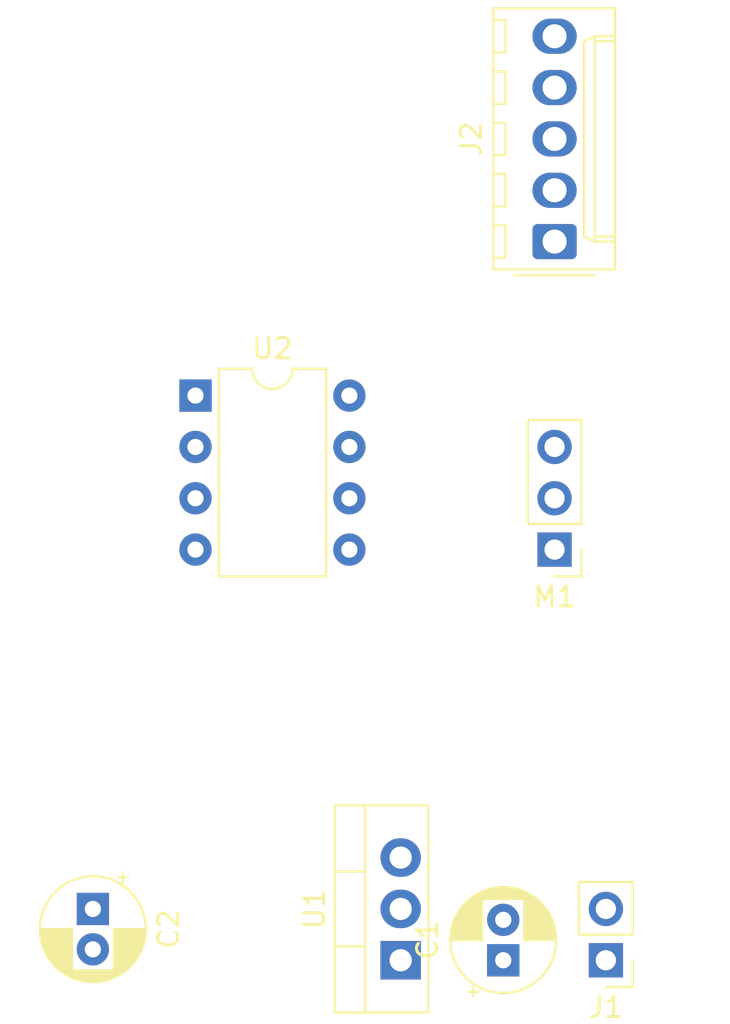
<source format=kicad_pcb>
(kicad_pcb (version 20171130) (host pcbnew "(5.1.9)-1")

  (general
    (thickness 1.6)
    (drawings 0)
    (tracks 0)
    (zones 0)
    (modules 7)
    (nets 10)
  )

  (page A4)
  (layers
    (0 F.Cu signal)
    (31 B.Cu signal)
    (32 B.Adhes user)
    (33 F.Adhes user)
    (34 B.Paste user)
    (35 F.Paste user)
    (36 B.SilkS user)
    (37 F.SilkS user)
    (38 B.Mask user)
    (39 F.Mask user)
    (40 Dwgs.User user)
    (41 Cmts.User user)
    (42 Eco1.User user)
    (43 Eco2.User user)
    (44 Edge.Cuts user)
    (45 Margin user)
    (46 B.CrtYd user)
    (47 F.CrtYd user)
    (48 B.Fab user)
    (49 F.Fab user)
  )

  (setup
    (last_trace_width 0.25)
    (trace_clearance 0.2)
    (zone_clearance 0.508)
    (zone_45_only no)
    (trace_min 0.2)
    (via_size 0.8)
    (via_drill 0.4)
    (via_min_size 0.4)
    (via_min_drill 0.3)
    (uvia_size 0.3)
    (uvia_drill 0.1)
    (uvias_allowed no)
    (uvia_min_size 0.2)
    (uvia_min_drill 0.1)
    (edge_width 0.05)
    (segment_width 0.2)
    (pcb_text_width 0.3)
    (pcb_text_size 1.5 1.5)
    (mod_edge_width 0.12)
    (mod_text_size 1 1)
    (mod_text_width 0.15)
    (pad_size 1.524 1.524)
    (pad_drill 0.762)
    (pad_to_mask_clearance 0)
    (aux_axis_origin 0 0)
    (visible_elements FFFFFF7F)
    (pcbplotparams
      (layerselection 0x010fc_ffffffff)
      (usegerberextensions false)
      (usegerberattributes true)
      (usegerberadvancedattributes true)
      (creategerberjobfile true)
      (excludeedgelayer true)
      (linewidth 0.100000)
      (plotframeref false)
      (viasonmask false)
      (mode 1)
      (useauxorigin false)
      (hpglpennumber 1)
      (hpglpenspeed 20)
      (hpglpendiameter 15.000000)
      (psnegative false)
      (psa4output false)
      (plotreference true)
      (plotvalue true)
      (plotinvisibletext false)
      (padsonsilk false)
      (subtractmaskfromsilk false)
      (outputformat 1)
      (mirror false)
      (drillshape 1)
      (scaleselection 1)
      (outputdirectory ""))
  )

  (net 0 "")
  (net 1 GND)
  (net 2 +12V)
  (net 3 +5V)
  (net 4 SCL-SCK)
  (net 5 MISO)
  (net 6 SDA-MOSI)
  (net 7 RESET)
  (net 8 "Net-(U2-Pad2)")
  (net 9 "Net-(U2-Pad3)")

  (net_class Default "This is the default net class."
    (clearance 0.2)
    (trace_width 0.25)
    (via_dia 0.8)
    (via_drill 0.4)
    (uvia_dia 0.3)
    (uvia_drill 0.1)
    (add_net +12V)
    (add_net +5V)
    (add_net GND)
    (add_net MISO)
    (add_net "Net-(U2-Pad2)")
    (add_net "Net-(U2-Pad3)")
    (add_net RESET)
    (add_net SCL-SCK)
    (add_net SDA-MOSI)
  )

  (module Capacitor_THT:CP_Radial_D5.0mm_P2.00mm (layer F.Cu) (tedit 5AE50EF0) (tstamp 60DBBBEC)
    (at 157.48 104.14 90)
    (descr "CP, Radial series, Radial, pin pitch=2.00mm, , diameter=5mm, Electrolytic Capacitor")
    (tags "CP Radial series Radial pin pitch 2.00mm  diameter 5mm Electrolytic Capacitor")
    (path /60DC5177)
    (fp_text reference C1 (at 1 -3.75 90) (layer F.SilkS)
      (effects (font (size 1 1) (thickness 0.15)))
    )
    (fp_text value 1uF (at 1 3.75 90) (layer F.Fab)
      (effects (font (size 1 1) (thickness 0.15)))
    )
    (fp_text user %R (at 1 0 90) (layer F.Fab)
      (effects (font (size 1 1) (thickness 0.15)))
    )
    (fp_circle (center 1 0) (end 3.5 0) (layer F.Fab) (width 0.1))
    (fp_circle (center 1 0) (end 3.62 0) (layer F.SilkS) (width 0.12))
    (fp_circle (center 1 0) (end 3.75 0) (layer F.CrtYd) (width 0.05))
    (fp_line (start -1.133605 -1.0875) (end -0.633605 -1.0875) (layer F.Fab) (width 0.1))
    (fp_line (start -0.883605 -1.3375) (end -0.883605 -0.8375) (layer F.Fab) (width 0.1))
    (fp_line (start 1 1.04) (end 1 2.58) (layer F.SilkS) (width 0.12))
    (fp_line (start 1 -2.58) (end 1 -1.04) (layer F.SilkS) (width 0.12))
    (fp_line (start 1.04 1.04) (end 1.04 2.58) (layer F.SilkS) (width 0.12))
    (fp_line (start 1.04 -2.58) (end 1.04 -1.04) (layer F.SilkS) (width 0.12))
    (fp_line (start 1.08 -2.579) (end 1.08 -1.04) (layer F.SilkS) (width 0.12))
    (fp_line (start 1.08 1.04) (end 1.08 2.579) (layer F.SilkS) (width 0.12))
    (fp_line (start 1.12 -2.578) (end 1.12 -1.04) (layer F.SilkS) (width 0.12))
    (fp_line (start 1.12 1.04) (end 1.12 2.578) (layer F.SilkS) (width 0.12))
    (fp_line (start 1.16 -2.576) (end 1.16 -1.04) (layer F.SilkS) (width 0.12))
    (fp_line (start 1.16 1.04) (end 1.16 2.576) (layer F.SilkS) (width 0.12))
    (fp_line (start 1.2 -2.573) (end 1.2 -1.04) (layer F.SilkS) (width 0.12))
    (fp_line (start 1.2 1.04) (end 1.2 2.573) (layer F.SilkS) (width 0.12))
    (fp_line (start 1.24 -2.569) (end 1.24 -1.04) (layer F.SilkS) (width 0.12))
    (fp_line (start 1.24 1.04) (end 1.24 2.569) (layer F.SilkS) (width 0.12))
    (fp_line (start 1.28 -2.565) (end 1.28 -1.04) (layer F.SilkS) (width 0.12))
    (fp_line (start 1.28 1.04) (end 1.28 2.565) (layer F.SilkS) (width 0.12))
    (fp_line (start 1.32 -2.561) (end 1.32 -1.04) (layer F.SilkS) (width 0.12))
    (fp_line (start 1.32 1.04) (end 1.32 2.561) (layer F.SilkS) (width 0.12))
    (fp_line (start 1.36 -2.556) (end 1.36 -1.04) (layer F.SilkS) (width 0.12))
    (fp_line (start 1.36 1.04) (end 1.36 2.556) (layer F.SilkS) (width 0.12))
    (fp_line (start 1.4 -2.55) (end 1.4 -1.04) (layer F.SilkS) (width 0.12))
    (fp_line (start 1.4 1.04) (end 1.4 2.55) (layer F.SilkS) (width 0.12))
    (fp_line (start 1.44 -2.543) (end 1.44 -1.04) (layer F.SilkS) (width 0.12))
    (fp_line (start 1.44 1.04) (end 1.44 2.543) (layer F.SilkS) (width 0.12))
    (fp_line (start 1.48 -2.536) (end 1.48 -1.04) (layer F.SilkS) (width 0.12))
    (fp_line (start 1.48 1.04) (end 1.48 2.536) (layer F.SilkS) (width 0.12))
    (fp_line (start 1.52 -2.528) (end 1.52 -1.04) (layer F.SilkS) (width 0.12))
    (fp_line (start 1.52 1.04) (end 1.52 2.528) (layer F.SilkS) (width 0.12))
    (fp_line (start 1.56 -2.52) (end 1.56 -1.04) (layer F.SilkS) (width 0.12))
    (fp_line (start 1.56 1.04) (end 1.56 2.52) (layer F.SilkS) (width 0.12))
    (fp_line (start 1.6 -2.511) (end 1.6 -1.04) (layer F.SilkS) (width 0.12))
    (fp_line (start 1.6 1.04) (end 1.6 2.511) (layer F.SilkS) (width 0.12))
    (fp_line (start 1.64 -2.501) (end 1.64 -1.04) (layer F.SilkS) (width 0.12))
    (fp_line (start 1.64 1.04) (end 1.64 2.501) (layer F.SilkS) (width 0.12))
    (fp_line (start 1.68 -2.491) (end 1.68 -1.04) (layer F.SilkS) (width 0.12))
    (fp_line (start 1.68 1.04) (end 1.68 2.491) (layer F.SilkS) (width 0.12))
    (fp_line (start 1.721 -2.48) (end 1.721 -1.04) (layer F.SilkS) (width 0.12))
    (fp_line (start 1.721 1.04) (end 1.721 2.48) (layer F.SilkS) (width 0.12))
    (fp_line (start 1.761 -2.468) (end 1.761 -1.04) (layer F.SilkS) (width 0.12))
    (fp_line (start 1.761 1.04) (end 1.761 2.468) (layer F.SilkS) (width 0.12))
    (fp_line (start 1.801 -2.455) (end 1.801 -1.04) (layer F.SilkS) (width 0.12))
    (fp_line (start 1.801 1.04) (end 1.801 2.455) (layer F.SilkS) (width 0.12))
    (fp_line (start 1.841 -2.442) (end 1.841 -1.04) (layer F.SilkS) (width 0.12))
    (fp_line (start 1.841 1.04) (end 1.841 2.442) (layer F.SilkS) (width 0.12))
    (fp_line (start 1.881 -2.428) (end 1.881 -1.04) (layer F.SilkS) (width 0.12))
    (fp_line (start 1.881 1.04) (end 1.881 2.428) (layer F.SilkS) (width 0.12))
    (fp_line (start 1.921 -2.414) (end 1.921 -1.04) (layer F.SilkS) (width 0.12))
    (fp_line (start 1.921 1.04) (end 1.921 2.414) (layer F.SilkS) (width 0.12))
    (fp_line (start 1.961 -2.398) (end 1.961 -1.04) (layer F.SilkS) (width 0.12))
    (fp_line (start 1.961 1.04) (end 1.961 2.398) (layer F.SilkS) (width 0.12))
    (fp_line (start 2.001 -2.382) (end 2.001 -1.04) (layer F.SilkS) (width 0.12))
    (fp_line (start 2.001 1.04) (end 2.001 2.382) (layer F.SilkS) (width 0.12))
    (fp_line (start 2.041 -2.365) (end 2.041 -1.04) (layer F.SilkS) (width 0.12))
    (fp_line (start 2.041 1.04) (end 2.041 2.365) (layer F.SilkS) (width 0.12))
    (fp_line (start 2.081 -2.348) (end 2.081 -1.04) (layer F.SilkS) (width 0.12))
    (fp_line (start 2.081 1.04) (end 2.081 2.348) (layer F.SilkS) (width 0.12))
    (fp_line (start 2.121 -2.329) (end 2.121 -1.04) (layer F.SilkS) (width 0.12))
    (fp_line (start 2.121 1.04) (end 2.121 2.329) (layer F.SilkS) (width 0.12))
    (fp_line (start 2.161 -2.31) (end 2.161 -1.04) (layer F.SilkS) (width 0.12))
    (fp_line (start 2.161 1.04) (end 2.161 2.31) (layer F.SilkS) (width 0.12))
    (fp_line (start 2.201 -2.29) (end 2.201 -1.04) (layer F.SilkS) (width 0.12))
    (fp_line (start 2.201 1.04) (end 2.201 2.29) (layer F.SilkS) (width 0.12))
    (fp_line (start 2.241 -2.268) (end 2.241 -1.04) (layer F.SilkS) (width 0.12))
    (fp_line (start 2.241 1.04) (end 2.241 2.268) (layer F.SilkS) (width 0.12))
    (fp_line (start 2.281 -2.247) (end 2.281 -1.04) (layer F.SilkS) (width 0.12))
    (fp_line (start 2.281 1.04) (end 2.281 2.247) (layer F.SilkS) (width 0.12))
    (fp_line (start 2.321 -2.224) (end 2.321 -1.04) (layer F.SilkS) (width 0.12))
    (fp_line (start 2.321 1.04) (end 2.321 2.224) (layer F.SilkS) (width 0.12))
    (fp_line (start 2.361 -2.2) (end 2.361 -1.04) (layer F.SilkS) (width 0.12))
    (fp_line (start 2.361 1.04) (end 2.361 2.2) (layer F.SilkS) (width 0.12))
    (fp_line (start 2.401 -2.175) (end 2.401 -1.04) (layer F.SilkS) (width 0.12))
    (fp_line (start 2.401 1.04) (end 2.401 2.175) (layer F.SilkS) (width 0.12))
    (fp_line (start 2.441 -2.149) (end 2.441 -1.04) (layer F.SilkS) (width 0.12))
    (fp_line (start 2.441 1.04) (end 2.441 2.149) (layer F.SilkS) (width 0.12))
    (fp_line (start 2.481 -2.122) (end 2.481 -1.04) (layer F.SilkS) (width 0.12))
    (fp_line (start 2.481 1.04) (end 2.481 2.122) (layer F.SilkS) (width 0.12))
    (fp_line (start 2.521 -2.095) (end 2.521 -1.04) (layer F.SilkS) (width 0.12))
    (fp_line (start 2.521 1.04) (end 2.521 2.095) (layer F.SilkS) (width 0.12))
    (fp_line (start 2.561 -2.065) (end 2.561 -1.04) (layer F.SilkS) (width 0.12))
    (fp_line (start 2.561 1.04) (end 2.561 2.065) (layer F.SilkS) (width 0.12))
    (fp_line (start 2.601 -2.035) (end 2.601 -1.04) (layer F.SilkS) (width 0.12))
    (fp_line (start 2.601 1.04) (end 2.601 2.035) (layer F.SilkS) (width 0.12))
    (fp_line (start 2.641 -2.004) (end 2.641 -1.04) (layer F.SilkS) (width 0.12))
    (fp_line (start 2.641 1.04) (end 2.641 2.004) (layer F.SilkS) (width 0.12))
    (fp_line (start 2.681 -1.971) (end 2.681 -1.04) (layer F.SilkS) (width 0.12))
    (fp_line (start 2.681 1.04) (end 2.681 1.971) (layer F.SilkS) (width 0.12))
    (fp_line (start 2.721 -1.937) (end 2.721 -1.04) (layer F.SilkS) (width 0.12))
    (fp_line (start 2.721 1.04) (end 2.721 1.937) (layer F.SilkS) (width 0.12))
    (fp_line (start 2.761 -1.901) (end 2.761 -1.04) (layer F.SilkS) (width 0.12))
    (fp_line (start 2.761 1.04) (end 2.761 1.901) (layer F.SilkS) (width 0.12))
    (fp_line (start 2.801 -1.864) (end 2.801 -1.04) (layer F.SilkS) (width 0.12))
    (fp_line (start 2.801 1.04) (end 2.801 1.864) (layer F.SilkS) (width 0.12))
    (fp_line (start 2.841 -1.826) (end 2.841 -1.04) (layer F.SilkS) (width 0.12))
    (fp_line (start 2.841 1.04) (end 2.841 1.826) (layer F.SilkS) (width 0.12))
    (fp_line (start 2.881 -1.785) (end 2.881 -1.04) (layer F.SilkS) (width 0.12))
    (fp_line (start 2.881 1.04) (end 2.881 1.785) (layer F.SilkS) (width 0.12))
    (fp_line (start 2.921 -1.743) (end 2.921 -1.04) (layer F.SilkS) (width 0.12))
    (fp_line (start 2.921 1.04) (end 2.921 1.743) (layer F.SilkS) (width 0.12))
    (fp_line (start 2.961 -1.699) (end 2.961 -1.04) (layer F.SilkS) (width 0.12))
    (fp_line (start 2.961 1.04) (end 2.961 1.699) (layer F.SilkS) (width 0.12))
    (fp_line (start 3.001 -1.653) (end 3.001 -1.04) (layer F.SilkS) (width 0.12))
    (fp_line (start 3.001 1.04) (end 3.001 1.653) (layer F.SilkS) (width 0.12))
    (fp_line (start 3.041 -1.605) (end 3.041 1.605) (layer F.SilkS) (width 0.12))
    (fp_line (start 3.081 -1.554) (end 3.081 1.554) (layer F.SilkS) (width 0.12))
    (fp_line (start 3.121 -1.5) (end 3.121 1.5) (layer F.SilkS) (width 0.12))
    (fp_line (start 3.161 -1.443) (end 3.161 1.443) (layer F.SilkS) (width 0.12))
    (fp_line (start 3.201 -1.383) (end 3.201 1.383) (layer F.SilkS) (width 0.12))
    (fp_line (start 3.241 -1.319) (end 3.241 1.319) (layer F.SilkS) (width 0.12))
    (fp_line (start 3.281 -1.251) (end 3.281 1.251) (layer F.SilkS) (width 0.12))
    (fp_line (start 3.321 -1.178) (end 3.321 1.178) (layer F.SilkS) (width 0.12))
    (fp_line (start 3.361 -1.098) (end 3.361 1.098) (layer F.SilkS) (width 0.12))
    (fp_line (start 3.401 -1.011) (end 3.401 1.011) (layer F.SilkS) (width 0.12))
    (fp_line (start 3.441 -0.915) (end 3.441 0.915) (layer F.SilkS) (width 0.12))
    (fp_line (start 3.481 -0.805) (end 3.481 0.805) (layer F.SilkS) (width 0.12))
    (fp_line (start 3.521 -0.677) (end 3.521 0.677) (layer F.SilkS) (width 0.12))
    (fp_line (start 3.561 -0.518) (end 3.561 0.518) (layer F.SilkS) (width 0.12))
    (fp_line (start 3.601 -0.284) (end 3.601 0.284) (layer F.SilkS) (width 0.12))
    (fp_line (start -1.804775 -1.475) (end -1.304775 -1.475) (layer F.SilkS) (width 0.12))
    (fp_line (start -1.554775 -1.725) (end -1.554775 -1.225) (layer F.SilkS) (width 0.12))
    (pad 2 thru_hole circle (at 2 0 90) (size 1.6 1.6) (drill 0.8) (layers *.Cu *.Mask)
      (net 1 GND))
    (pad 1 thru_hole rect (at 0 0 90) (size 1.6 1.6) (drill 0.8) (layers *.Cu *.Mask)
      (net 2 +12V))
    (model ${KISYS3DMOD}/Capacitor_THT.3dshapes/CP_Radial_D5.0mm_P2.00mm.wrl
      (at (xyz 0 0 0))
      (scale (xyz 1 1 1))
      (rotate (xyz 0 0 0))
    )
  )

  (module Capacitor_THT:CP_Radial_D5.0mm_P2.00mm (layer F.Cu) (tedit 5AE50EF0) (tstamp 60DBBC6F)
    (at 137.16 101.6 270)
    (descr "CP, Radial series, Radial, pin pitch=2.00mm, , diameter=5mm, Electrolytic Capacitor")
    (tags "CP Radial series Radial pin pitch 2.00mm  diameter 5mm Electrolytic Capacitor")
    (path /60DC4084)
    (fp_text reference C2 (at 1 -3.75 90) (layer F.SilkS)
      (effects (font (size 1 1) (thickness 0.15)))
    )
    (fp_text value 1uF (at 1 3.75 90) (layer F.Fab)
      (effects (font (size 1 1) (thickness 0.15)))
    )
    (fp_line (start -1.554775 -1.725) (end -1.554775 -1.225) (layer F.SilkS) (width 0.12))
    (fp_line (start -1.804775 -1.475) (end -1.304775 -1.475) (layer F.SilkS) (width 0.12))
    (fp_line (start 3.601 -0.284) (end 3.601 0.284) (layer F.SilkS) (width 0.12))
    (fp_line (start 3.561 -0.518) (end 3.561 0.518) (layer F.SilkS) (width 0.12))
    (fp_line (start 3.521 -0.677) (end 3.521 0.677) (layer F.SilkS) (width 0.12))
    (fp_line (start 3.481 -0.805) (end 3.481 0.805) (layer F.SilkS) (width 0.12))
    (fp_line (start 3.441 -0.915) (end 3.441 0.915) (layer F.SilkS) (width 0.12))
    (fp_line (start 3.401 -1.011) (end 3.401 1.011) (layer F.SilkS) (width 0.12))
    (fp_line (start 3.361 -1.098) (end 3.361 1.098) (layer F.SilkS) (width 0.12))
    (fp_line (start 3.321 -1.178) (end 3.321 1.178) (layer F.SilkS) (width 0.12))
    (fp_line (start 3.281 -1.251) (end 3.281 1.251) (layer F.SilkS) (width 0.12))
    (fp_line (start 3.241 -1.319) (end 3.241 1.319) (layer F.SilkS) (width 0.12))
    (fp_line (start 3.201 -1.383) (end 3.201 1.383) (layer F.SilkS) (width 0.12))
    (fp_line (start 3.161 -1.443) (end 3.161 1.443) (layer F.SilkS) (width 0.12))
    (fp_line (start 3.121 -1.5) (end 3.121 1.5) (layer F.SilkS) (width 0.12))
    (fp_line (start 3.081 -1.554) (end 3.081 1.554) (layer F.SilkS) (width 0.12))
    (fp_line (start 3.041 -1.605) (end 3.041 1.605) (layer F.SilkS) (width 0.12))
    (fp_line (start 3.001 1.04) (end 3.001 1.653) (layer F.SilkS) (width 0.12))
    (fp_line (start 3.001 -1.653) (end 3.001 -1.04) (layer F.SilkS) (width 0.12))
    (fp_line (start 2.961 1.04) (end 2.961 1.699) (layer F.SilkS) (width 0.12))
    (fp_line (start 2.961 -1.699) (end 2.961 -1.04) (layer F.SilkS) (width 0.12))
    (fp_line (start 2.921 1.04) (end 2.921 1.743) (layer F.SilkS) (width 0.12))
    (fp_line (start 2.921 -1.743) (end 2.921 -1.04) (layer F.SilkS) (width 0.12))
    (fp_line (start 2.881 1.04) (end 2.881 1.785) (layer F.SilkS) (width 0.12))
    (fp_line (start 2.881 -1.785) (end 2.881 -1.04) (layer F.SilkS) (width 0.12))
    (fp_line (start 2.841 1.04) (end 2.841 1.826) (layer F.SilkS) (width 0.12))
    (fp_line (start 2.841 -1.826) (end 2.841 -1.04) (layer F.SilkS) (width 0.12))
    (fp_line (start 2.801 1.04) (end 2.801 1.864) (layer F.SilkS) (width 0.12))
    (fp_line (start 2.801 -1.864) (end 2.801 -1.04) (layer F.SilkS) (width 0.12))
    (fp_line (start 2.761 1.04) (end 2.761 1.901) (layer F.SilkS) (width 0.12))
    (fp_line (start 2.761 -1.901) (end 2.761 -1.04) (layer F.SilkS) (width 0.12))
    (fp_line (start 2.721 1.04) (end 2.721 1.937) (layer F.SilkS) (width 0.12))
    (fp_line (start 2.721 -1.937) (end 2.721 -1.04) (layer F.SilkS) (width 0.12))
    (fp_line (start 2.681 1.04) (end 2.681 1.971) (layer F.SilkS) (width 0.12))
    (fp_line (start 2.681 -1.971) (end 2.681 -1.04) (layer F.SilkS) (width 0.12))
    (fp_line (start 2.641 1.04) (end 2.641 2.004) (layer F.SilkS) (width 0.12))
    (fp_line (start 2.641 -2.004) (end 2.641 -1.04) (layer F.SilkS) (width 0.12))
    (fp_line (start 2.601 1.04) (end 2.601 2.035) (layer F.SilkS) (width 0.12))
    (fp_line (start 2.601 -2.035) (end 2.601 -1.04) (layer F.SilkS) (width 0.12))
    (fp_line (start 2.561 1.04) (end 2.561 2.065) (layer F.SilkS) (width 0.12))
    (fp_line (start 2.561 -2.065) (end 2.561 -1.04) (layer F.SilkS) (width 0.12))
    (fp_line (start 2.521 1.04) (end 2.521 2.095) (layer F.SilkS) (width 0.12))
    (fp_line (start 2.521 -2.095) (end 2.521 -1.04) (layer F.SilkS) (width 0.12))
    (fp_line (start 2.481 1.04) (end 2.481 2.122) (layer F.SilkS) (width 0.12))
    (fp_line (start 2.481 -2.122) (end 2.481 -1.04) (layer F.SilkS) (width 0.12))
    (fp_line (start 2.441 1.04) (end 2.441 2.149) (layer F.SilkS) (width 0.12))
    (fp_line (start 2.441 -2.149) (end 2.441 -1.04) (layer F.SilkS) (width 0.12))
    (fp_line (start 2.401 1.04) (end 2.401 2.175) (layer F.SilkS) (width 0.12))
    (fp_line (start 2.401 -2.175) (end 2.401 -1.04) (layer F.SilkS) (width 0.12))
    (fp_line (start 2.361 1.04) (end 2.361 2.2) (layer F.SilkS) (width 0.12))
    (fp_line (start 2.361 -2.2) (end 2.361 -1.04) (layer F.SilkS) (width 0.12))
    (fp_line (start 2.321 1.04) (end 2.321 2.224) (layer F.SilkS) (width 0.12))
    (fp_line (start 2.321 -2.224) (end 2.321 -1.04) (layer F.SilkS) (width 0.12))
    (fp_line (start 2.281 1.04) (end 2.281 2.247) (layer F.SilkS) (width 0.12))
    (fp_line (start 2.281 -2.247) (end 2.281 -1.04) (layer F.SilkS) (width 0.12))
    (fp_line (start 2.241 1.04) (end 2.241 2.268) (layer F.SilkS) (width 0.12))
    (fp_line (start 2.241 -2.268) (end 2.241 -1.04) (layer F.SilkS) (width 0.12))
    (fp_line (start 2.201 1.04) (end 2.201 2.29) (layer F.SilkS) (width 0.12))
    (fp_line (start 2.201 -2.29) (end 2.201 -1.04) (layer F.SilkS) (width 0.12))
    (fp_line (start 2.161 1.04) (end 2.161 2.31) (layer F.SilkS) (width 0.12))
    (fp_line (start 2.161 -2.31) (end 2.161 -1.04) (layer F.SilkS) (width 0.12))
    (fp_line (start 2.121 1.04) (end 2.121 2.329) (layer F.SilkS) (width 0.12))
    (fp_line (start 2.121 -2.329) (end 2.121 -1.04) (layer F.SilkS) (width 0.12))
    (fp_line (start 2.081 1.04) (end 2.081 2.348) (layer F.SilkS) (width 0.12))
    (fp_line (start 2.081 -2.348) (end 2.081 -1.04) (layer F.SilkS) (width 0.12))
    (fp_line (start 2.041 1.04) (end 2.041 2.365) (layer F.SilkS) (width 0.12))
    (fp_line (start 2.041 -2.365) (end 2.041 -1.04) (layer F.SilkS) (width 0.12))
    (fp_line (start 2.001 1.04) (end 2.001 2.382) (layer F.SilkS) (width 0.12))
    (fp_line (start 2.001 -2.382) (end 2.001 -1.04) (layer F.SilkS) (width 0.12))
    (fp_line (start 1.961 1.04) (end 1.961 2.398) (layer F.SilkS) (width 0.12))
    (fp_line (start 1.961 -2.398) (end 1.961 -1.04) (layer F.SilkS) (width 0.12))
    (fp_line (start 1.921 1.04) (end 1.921 2.414) (layer F.SilkS) (width 0.12))
    (fp_line (start 1.921 -2.414) (end 1.921 -1.04) (layer F.SilkS) (width 0.12))
    (fp_line (start 1.881 1.04) (end 1.881 2.428) (layer F.SilkS) (width 0.12))
    (fp_line (start 1.881 -2.428) (end 1.881 -1.04) (layer F.SilkS) (width 0.12))
    (fp_line (start 1.841 1.04) (end 1.841 2.442) (layer F.SilkS) (width 0.12))
    (fp_line (start 1.841 -2.442) (end 1.841 -1.04) (layer F.SilkS) (width 0.12))
    (fp_line (start 1.801 1.04) (end 1.801 2.455) (layer F.SilkS) (width 0.12))
    (fp_line (start 1.801 -2.455) (end 1.801 -1.04) (layer F.SilkS) (width 0.12))
    (fp_line (start 1.761 1.04) (end 1.761 2.468) (layer F.SilkS) (width 0.12))
    (fp_line (start 1.761 -2.468) (end 1.761 -1.04) (layer F.SilkS) (width 0.12))
    (fp_line (start 1.721 1.04) (end 1.721 2.48) (layer F.SilkS) (width 0.12))
    (fp_line (start 1.721 -2.48) (end 1.721 -1.04) (layer F.SilkS) (width 0.12))
    (fp_line (start 1.68 1.04) (end 1.68 2.491) (layer F.SilkS) (width 0.12))
    (fp_line (start 1.68 -2.491) (end 1.68 -1.04) (layer F.SilkS) (width 0.12))
    (fp_line (start 1.64 1.04) (end 1.64 2.501) (layer F.SilkS) (width 0.12))
    (fp_line (start 1.64 -2.501) (end 1.64 -1.04) (layer F.SilkS) (width 0.12))
    (fp_line (start 1.6 1.04) (end 1.6 2.511) (layer F.SilkS) (width 0.12))
    (fp_line (start 1.6 -2.511) (end 1.6 -1.04) (layer F.SilkS) (width 0.12))
    (fp_line (start 1.56 1.04) (end 1.56 2.52) (layer F.SilkS) (width 0.12))
    (fp_line (start 1.56 -2.52) (end 1.56 -1.04) (layer F.SilkS) (width 0.12))
    (fp_line (start 1.52 1.04) (end 1.52 2.528) (layer F.SilkS) (width 0.12))
    (fp_line (start 1.52 -2.528) (end 1.52 -1.04) (layer F.SilkS) (width 0.12))
    (fp_line (start 1.48 1.04) (end 1.48 2.536) (layer F.SilkS) (width 0.12))
    (fp_line (start 1.48 -2.536) (end 1.48 -1.04) (layer F.SilkS) (width 0.12))
    (fp_line (start 1.44 1.04) (end 1.44 2.543) (layer F.SilkS) (width 0.12))
    (fp_line (start 1.44 -2.543) (end 1.44 -1.04) (layer F.SilkS) (width 0.12))
    (fp_line (start 1.4 1.04) (end 1.4 2.55) (layer F.SilkS) (width 0.12))
    (fp_line (start 1.4 -2.55) (end 1.4 -1.04) (layer F.SilkS) (width 0.12))
    (fp_line (start 1.36 1.04) (end 1.36 2.556) (layer F.SilkS) (width 0.12))
    (fp_line (start 1.36 -2.556) (end 1.36 -1.04) (layer F.SilkS) (width 0.12))
    (fp_line (start 1.32 1.04) (end 1.32 2.561) (layer F.SilkS) (width 0.12))
    (fp_line (start 1.32 -2.561) (end 1.32 -1.04) (layer F.SilkS) (width 0.12))
    (fp_line (start 1.28 1.04) (end 1.28 2.565) (layer F.SilkS) (width 0.12))
    (fp_line (start 1.28 -2.565) (end 1.28 -1.04) (layer F.SilkS) (width 0.12))
    (fp_line (start 1.24 1.04) (end 1.24 2.569) (layer F.SilkS) (width 0.12))
    (fp_line (start 1.24 -2.569) (end 1.24 -1.04) (layer F.SilkS) (width 0.12))
    (fp_line (start 1.2 1.04) (end 1.2 2.573) (layer F.SilkS) (width 0.12))
    (fp_line (start 1.2 -2.573) (end 1.2 -1.04) (layer F.SilkS) (width 0.12))
    (fp_line (start 1.16 1.04) (end 1.16 2.576) (layer F.SilkS) (width 0.12))
    (fp_line (start 1.16 -2.576) (end 1.16 -1.04) (layer F.SilkS) (width 0.12))
    (fp_line (start 1.12 1.04) (end 1.12 2.578) (layer F.SilkS) (width 0.12))
    (fp_line (start 1.12 -2.578) (end 1.12 -1.04) (layer F.SilkS) (width 0.12))
    (fp_line (start 1.08 1.04) (end 1.08 2.579) (layer F.SilkS) (width 0.12))
    (fp_line (start 1.08 -2.579) (end 1.08 -1.04) (layer F.SilkS) (width 0.12))
    (fp_line (start 1.04 -2.58) (end 1.04 -1.04) (layer F.SilkS) (width 0.12))
    (fp_line (start 1.04 1.04) (end 1.04 2.58) (layer F.SilkS) (width 0.12))
    (fp_line (start 1 -2.58) (end 1 -1.04) (layer F.SilkS) (width 0.12))
    (fp_line (start 1 1.04) (end 1 2.58) (layer F.SilkS) (width 0.12))
    (fp_line (start -0.883605 -1.3375) (end -0.883605 -0.8375) (layer F.Fab) (width 0.1))
    (fp_line (start -1.133605 -1.0875) (end -0.633605 -1.0875) (layer F.Fab) (width 0.1))
    (fp_circle (center 1 0) (end 3.75 0) (layer F.CrtYd) (width 0.05))
    (fp_circle (center 1 0) (end 3.62 0) (layer F.SilkS) (width 0.12))
    (fp_circle (center 1 0) (end 3.5 0) (layer F.Fab) (width 0.1))
    (fp_text user %R (at 1 0 90) (layer F.Fab)
      (effects (font (size 1 1) (thickness 0.15)))
    )
    (pad 1 thru_hole rect (at 0 0 270) (size 1.6 1.6) (drill 0.8) (layers *.Cu *.Mask)
      (net 3 +5V))
    (pad 2 thru_hole circle (at 2 0 270) (size 1.6 1.6) (drill 0.8) (layers *.Cu *.Mask)
      (net 1 GND))
    (model ${KISYS3DMOD}/Capacitor_THT.3dshapes/CP_Radial_D5.0mm_P2.00mm.wrl
      (at (xyz 0 0 0))
      (scale (xyz 1 1 1))
      (rotate (xyz 0 0 0))
    )
  )

  (module Connector_PinHeader_2.54mm:PinHeader_1x02_P2.54mm_Vertical (layer F.Cu) (tedit 59FED5CC) (tstamp 60DBBC85)
    (at 162.56 104.14 180)
    (descr "Through hole straight pin header, 1x02, 2.54mm pitch, single row")
    (tags "Through hole pin header THT 1x02 2.54mm single row")
    (path /60DB81A0)
    (fp_text reference J1 (at 0 -2.33) (layer F.SilkS)
      (effects (font (size 1 1) (thickness 0.15)))
    )
    (fp_text value "Input Connector" (at 0 4.87) (layer F.Fab)
      (effects (font (size 1 1) (thickness 0.15)))
    )
    (fp_line (start 1.8 -1.8) (end -1.8 -1.8) (layer F.CrtYd) (width 0.05))
    (fp_line (start 1.8 4.35) (end 1.8 -1.8) (layer F.CrtYd) (width 0.05))
    (fp_line (start -1.8 4.35) (end 1.8 4.35) (layer F.CrtYd) (width 0.05))
    (fp_line (start -1.8 -1.8) (end -1.8 4.35) (layer F.CrtYd) (width 0.05))
    (fp_line (start -1.33 -1.33) (end 0 -1.33) (layer F.SilkS) (width 0.12))
    (fp_line (start -1.33 0) (end -1.33 -1.33) (layer F.SilkS) (width 0.12))
    (fp_line (start -1.33 1.27) (end 1.33 1.27) (layer F.SilkS) (width 0.12))
    (fp_line (start 1.33 1.27) (end 1.33 3.87) (layer F.SilkS) (width 0.12))
    (fp_line (start -1.33 1.27) (end -1.33 3.87) (layer F.SilkS) (width 0.12))
    (fp_line (start -1.33 3.87) (end 1.33 3.87) (layer F.SilkS) (width 0.12))
    (fp_line (start -1.27 -0.635) (end -0.635 -1.27) (layer F.Fab) (width 0.1))
    (fp_line (start -1.27 3.81) (end -1.27 -0.635) (layer F.Fab) (width 0.1))
    (fp_line (start 1.27 3.81) (end -1.27 3.81) (layer F.Fab) (width 0.1))
    (fp_line (start 1.27 -1.27) (end 1.27 3.81) (layer F.Fab) (width 0.1))
    (fp_line (start -0.635 -1.27) (end 1.27 -1.27) (layer F.Fab) (width 0.1))
    (fp_text user %R (at 0 1.27 90) (layer F.Fab)
      (effects (font (size 1 1) (thickness 0.15)))
    )
    (pad 1 thru_hole rect (at 0 0 180) (size 1.7 1.7) (drill 1) (layers *.Cu *.Mask)
      (net 2 +12V))
    (pad 2 thru_hole oval (at 0 2.54 180) (size 1.7 1.7) (drill 1) (layers *.Cu *.Mask)
      (net 1 GND))
    (model ${KISYS3DMOD}/Connector_PinHeader_2.54mm.3dshapes/PinHeader_1x02_P2.54mm_Vertical.wrl
      (at (xyz 0 0 0))
      (scale (xyz 1 1 1))
      (rotate (xyz 0 0 0))
    )
  )

  (module Connector_Molex:Molex_KK-254_AE-6410-05A_1x05_P2.54mm_Vertical (layer F.Cu) (tedit 5EA53D3B) (tstamp 60DBC605)
    (at 160.02 68.58 90)
    (descr "Molex KK-254 Interconnect System, old/engineering part number: AE-6410-05A example for new part number: 22-27-2051, 5 Pins (http://www.molex.com/pdm_docs/sd/022272021_sd.pdf), generated with kicad-footprint-generator")
    (tags "connector Molex KK-254 vertical")
    (path /60DB5A68)
    (fp_text reference J2 (at 5.08 -4.12 90) (layer F.SilkS)
      (effects (font (size 1 1) (thickness 0.15)))
    )
    (fp_text value Conn_01x05 (at 5.08 4.08 90) (layer F.Fab)
      (effects (font (size 1 1) (thickness 0.15)))
    )
    (fp_line (start 11.93 -3.42) (end -1.77 -3.42) (layer F.CrtYd) (width 0.05))
    (fp_line (start 11.93 3.38) (end 11.93 -3.42) (layer F.CrtYd) (width 0.05))
    (fp_line (start -1.77 3.38) (end 11.93 3.38) (layer F.CrtYd) (width 0.05))
    (fp_line (start -1.77 -3.42) (end -1.77 3.38) (layer F.CrtYd) (width 0.05))
    (fp_line (start 10.96 -2.43) (end 10.96 -3.03) (layer F.SilkS) (width 0.12))
    (fp_line (start 9.36 -2.43) (end 10.96 -2.43) (layer F.SilkS) (width 0.12))
    (fp_line (start 9.36 -3.03) (end 9.36 -2.43) (layer F.SilkS) (width 0.12))
    (fp_line (start 8.42 -2.43) (end 8.42 -3.03) (layer F.SilkS) (width 0.12))
    (fp_line (start 6.82 -2.43) (end 8.42 -2.43) (layer F.SilkS) (width 0.12))
    (fp_line (start 6.82 -3.03) (end 6.82 -2.43) (layer F.SilkS) (width 0.12))
    (fp_line (start 5.88 -2.43) (end 5.88 -3.03) (layer F.SilkS) (width 0.12))
    (fp_line (start 4.28 -2.43) (end 5.88 -2.43) (layer F.SilkS) (width 0.12))
    (fp_line (start 4.28 -3.03) (end 4.28 -2.43) (layer F.SilkS) (width 0.12))
    (fp_line (start 3.34 -2.43) (end 3.34 -3.03) (layer F.SilkS) (width 0.12))
    (fp_line (start 1.74 -2.43) (end 3.34 -2.43) (layer F.SilkS) (width 0.12))
    (fp_line (start 1.74 -3.03) (end 1.74 -2.43) (layer F.SilkS) (width 0.12))
    (fp_line (start 0.8 -2.43) (end 0.8 -3.03) (layer F.SilkS) (width 0.12))
    (fp_line (start -0.8 -2.43) (end 0.8 -2.43) (layer F.SilkS) (width 0.12))
    (fp_line (start -0.8 -3.03) (end -0.8 -2.43) (layer F.SilkS) (width 0.12))
    (fp_line (start 9.91 2.99) (end 9.91 1.99) (layer F.SilkS) (width 0.12))
    (fp_line (start 0.25 2.99) (end 0.25 1.99) (layer F.SilkS) (width 0.12))
    (fp_line (start 9.91 1.46) (end 10.16 1.99) (layer F.SilkS) (width 0.12))
    (fp_line (start 0.25 1.46) (end 9.91 1.46) (layer F.SilkS) (width 0.12))
    (fp_line (start 0 1.99) (end 0.25 1.46) (layer F.SilkS) (width 0.12))
    (fp_line (start 10.16 1.99) (end 10.16 2.99) (layer F.SilkS) (width 0.12))
    (fp_line (start 0 1.99) (end 10.16 1.99) (layer F.SilkS) (width 0.12))
    (fp_line (start 0 2.99) (end 0 1.99) (layer F.SilkS) (width 0.12))
    (fp_line (start -0.562893 0) (end -1.27 0.5) (layer F.Fab) (width 0.1))
    (fp_line (start -1.27 -0.5) (end -0.562893 0) (layer F.Fab) (width 0.1))
    (fp_line (start -1.67 -2) (end -1.67 2) (layer F.SilkS) (width 0.12))
    (fp_line (start 11.54 -3.03) (end -1.38 -3.03) (layer F.SilkS) (width 0.12))
    (fp_line (start 11.54 2.99) (end 11.54 -3.03) (layer F.SilkS) (width 0.12))
    (fp_line (start -1.38 2.99) (end 11.54 2.99) (layer F.SilkS) (width 0.12))
    (fp_line (start -1.38 -3.03) (end -1.38 2.99) (layer F.SilkS) (width 0.12))
    (fp_line (start 11.43 -2.92) (end -1.27 -2.92) (layer F.Fab) (width 0.1))
    (fp_line (start 11.43 2.88) (end 11.43 -2.92) (layer F.Fab) (width 0.1))
    (fp_line (start -1.27 2.88) (end 11.43 2.88) (layer F.Fab) (width 0.1))
    (fp_line (start -1.27 -2.92) (end -1.27 2.88) (layer F.Fab) (width 0.1))
    (fp_text user %R (at 5.08 -2.22 90) (layer F.Fab)
      (effects (font (size 1 1) (thickness 0.15)))
    )
    (pad 1 thru_hole roundrect (at 0 0 90) (size 1.74 2.19) (drill 1.19) (layers *.Cu *.Mask) (roundrect_rratio 0.143678)
      (net 4 SCL-SCK))
    (pad 2 thru_hole oval (at 2.54 0 90) (size 1.74 2.19) (drill 1.19) (layers *.Cu *.Mask)
      (net 5 MISO))
    (pad 3 thru_hole oval (at 5.08 0 90) (size 1.74 2.19) (drill 1.19) (layers *.Cu *.Mask)
      (net 6 SDA-MOSI))
    (pad 4 thru_hole oval (at 7.62 0 90) (size 1.74 2.19) (drill 1.19) (layers *.Cu *.Mask)
      (net 7 RESET))
    (pad 5 thru_hole oval (at 10.16 0 90) (size 1.74 2.19) (drill 1.19) (layers *.Cu *.Mask)
      (net 1 GND))
    (model ${KISYS3DMOD}/Connector_Molex.3dshapes/Molex_KK-254_AE-6410-05A_1x05_P2.54mm_Vertical.wrl
      (at (xyz 0 0 0))
      (scale (xyz 1 1 1))
      (rotate (xyz 0 0 0))
    )
  )

  (module Connector_PinHeader_2.54mm:PinHeader_1x03_P2.54mm_Vertical (layer F.Cu) (tedit 59FED5CC) (tstamp 60DBBCCC)
    (at 160.02 83.82 180)
    (descr "Through hole straight pin header, 1x03, 2.54mm pitch, single row")
    (tags "Through hole pin header THT 1x03 2.54mm single row")
    (path /60DBBE93)
    (fp_text reference M1 (at 0 -2.33) (layer F.SilkS)
      (effects (font (size 1 1) (thickness 0.15)))
    )
    (fp_text value Motor_Servo (at 0 7.41) (layer F.Fab)
      (effects (font (size 1 1) (thickness 0.15)))
    )
    (fp_line (start 1.8 -1.8) (end -1.8 -1.8) (layer F.CrtYd) (width 0.05))
    (fp_line (start 1.8 6.85) (end 1.8 -1.8) (layer F.CrtYd) (width 0.05))
    (fp_line (start -1.8 6.85) (end 1.8 6.85) (layer F.CrtYd) (width 0.05))
    (fp_line (start -1.8 -1.8) (end -1.8 6.85) (layer F.CrtYd) (width 0.05))
    (fp_line (start -1.33 -1.33) (end 0 -1.33) (layer F.SilkS) (width 0.12))
    (fp_line (start -1.33 0) (end -1.33 -1.33) (layer F.SilkS) (width 0.12))
    (fp_line (start -1.33 1.27) (end 1.33 1.27) (layer F.SilkS) (width 0.12))
    (fp_line (start 1.33 1.27) (end 1.33 6.41) (layer F.SilkS) (width 0.12))
    (fp_line (start -1.33 1.27) (end -1.33 6.41) (layer F.SilkS) (width 0.12))
    (fp_line (start -1.33 6.41) (end 1.33 6.41) (layer F.SilkS) (width 0.12))
    (fp_line (start -1.27 -0.635) (end -0.635 -1.27) (layer F.Fab) (width 0.1))
    (fp_line (start -1.27 6.35) (end -1.27 -0.635) (layer F.Fab) (width 0.1))
    (fp_line (start 1.27 6.35) (end -1.27 6.35) (layer F.Fab) (width 0.1))
    (fp_line (start 1.27 -1.27) (end 1.27 6.35) (layer F.Fab) (width 0.1))
    (fp_line (start -0.635 -1.27) (end 1.27 -1.27) (layer F.Fab) (width 0.1))
    (fp_text user %R (at 0 2.54 90) (layer F.Fab)
      (effects (font (size 1 1) (thickness 0.15)))
    )
    (pad 1 thru_hole rect (at 0 0 180) (size 1.7 1.7) (drill 1) (layers *.Cu *.Mask)
      (net 5 MISO))
    (pad 2 thru_hole oval (at 0 2.54 180) (size 1.7 1.7) (drill 1) (layers *.Cu *.Mask)
      (net 3 +5V))
    (pad 3 thru_hole oval (at 0 5.08 180) (size 1.7 1.7) (drill 1) (layers *.Cu *.Mask)
      (net 1 GND))
    (model ${KISYS3DMOD}/Connector_PinHeader_2.54mm.3dshapes/PinHeader_1x03_P2.54mm_Vertical.wrl
      (at (xyz 0 0 0))
      (scale (xyz 1 1 1))
      (rotate (xyz 0 0 0))
    )
  )

  (module Package_TO_SOT_THT:TO-220-3_Vertical (layer F.Cu) (tedit 5AC8BA0D) (tstamp 60DBCC1F)
    (at 152.4 104.14 90)
    (descr "TO-220-3, Vertical, RM 2.54mm, see https://www.vishay.com/docs/66542/to-220-1.pdf")
    (tags "TO-220-3 Vertical RM 2.54mm")
    (path /60DB7161)
    (fp_text reference U1 (at 2.54 -4.27 90) (layer F.SilkS)
      (effects (font (size 1 1) (thickness 0.15)))
    )
    (fp_text value "L7805 TO220" (at 2.54 2.5 90) (layer F.Fab)
      (effects (font (size 1 1) (thickness 0.15)))
    )
    (fp_line (start 7.79 -3.4) (end -2.71 -3.4) (layer F.CrtYd) (width 0.05))
    (fp_line (start 7.79 1.51) (end 7.79 -3.4) (layer F.CrtYd) (width 0.05))
    (fp_line (start -2.71 1.51) (end 7.79 1.51) (layer F.CrtYd) (width 0.05))
    (fp_line (start -2.71 -3.4) (end -2.71 1.51) (layer F.CrtYd) (width 0.05))
    (fp_line (start 4.391 -3.27) (end 4.391 -1.76) (layer F.SilkS) (width 0.12))
    (fp_line (start 0.69 -3.27) (end 0.69 -1.76) (layer F.SilkS) (width 0.12))
    (fp_line (start -2.58 -1.76) (end 7.66 -1.76) (layer F.SilkS) (width 0.12))
    (fp_line (start 7.66 -3.27) (end 7.66 1.371) (layer F.SilkS) (width 0.12))
    (fp_line (start -2.58 -3.27) (end -2.58 1.371) (layer F.SilkS) (width 0.12))
    (fp_line (start -2.58 1.371) (end 7.66 1.371) (layer F.SilkS) (width 0.12))
    (fp_line (start -2.58 -3.27) (end 7.66 -3.27) (layer F.SilkS) (width 0.12))
    (fp_line (start 4.39 -3.15) (end 4.39 -1.88) (layer F.Fab) (width 0.1))
    (fp_line (start 0.69 -3.15) (end 0.69 -1.88) (layer F.Fab) (width 0.1))
    (fp_line (start -2.46 -1.88) (end 7.54 -1.88) (layer F.Fab) (width 0.1))
    (fp_line (start 7.54 -3.15) (end -2.46 -3.15) (layer F.Fab) (width 0.1))
    (fp_line (start 7.54 1.25) (end 7.54 -3.15) (layer F.Fab) (width 0.1))
    (fp_line (start -2.46 1.25) (end 7.54 1.25) (layer F.Fab) (width 0.1))
    (fp_line (start -2.46 -3.15) (end -2.46 1.25) (layer F.Fab) (width 0.1))
    (fp_text user %R (at 2.54 -4.27 90) (layer F.Fab)
      (effects (font (size 1 1) (thickness 0.15)))
    )
    (pad 1 thru_hole rect (at 0 0 90) (size 1.905 2) (drill 1.1) (layers *.Cu *.Mask)
      (net 2 +12V))
    (pad 2 thru_hole oval (at 2.54 0 90) (size 1.905 2) (drill 1.1) (layers *.Cu *.Mask)
      (net 1 GND))
    (pad 3 thru_hole oval (at 5.08 0 90) (size 1.905 2) (drill 1.1) (layers *.Cu *.Mask)
      (net 3 +5V))
    (model ${KISYS3DMOD}/Package_TO_SOT_THT.3dshapes/TO-220-3_Vertical.wrl
      (at (xyz 0 0 0))
      (scale (xyz 1 1 1))
      (rotate (xyz 0 0 0))
    )
  )

  (module Package_DIP:DIP-8_W7.62mm (layer F.Cu) (tedit 5A02E8C5) (tstamp 60DBBD02)
    (at 142.24 76.2)
    (descr "8-lead though-hole mounted DIP package, row spacing 7.62 mm (300 mils)")
    (tags "THT DIP DIL PDIP 2.54mm 7.62mm 300mil")
    (path /60DB53F1)
    (fp_text reference U2 (at 3.81 -2.33) (layer F.SilkS)
      (effects (font (size 1 1) (thickness 0.15)))
    )
    (fp_text value ATtiny85-20PU (at 3.81 9.95) (layer F.Fab)
      (effects (font (size 1 1) (thickness 0.15)))
    )
    (fp_line (start 8.7 -1.55) (end -1.1 -1.55) (layer F.CrtYd) (width 0.05))
    (fp_line (start 8.7 9.15) (end 8.7 -1.55) (layer F.CrtYd) (width 0.05))
    (fp_line (start -1.1 9.15) (end 8.7 9.15) (layer F.CrtYd) (width 0.05))
    (fp_line (start -1.1 -1.55) (end -1.1 9.15) (layer F.CrtYd) (width 0.05))
    (fp_line (start 6.46 -1.33) (end 4.81 -1.33) (layer F.SilkS) (width 0.12))
    (fp_line (start 6.46 8.95) (end 6.46 -1.33) (layer F.SilkS) (width 0.12))
    (fp_line (start 1.16 8.95) (end 6.46 8.95) (layer F.SilkS) (width 0.12))
    (fp_line (start 1.16 -1.33) (end 1.16 8.95) (layer F.SilkS) (width 0.12))
    (fp_line (start 2.81 -1.33) (end 1.16 -1.33) (layer F.SilkS) (width 0.12))
    (fp_line (start 0.635 -0.27) (end 1.635 -1.27) (layer F.Fab) (width 0.1))
    (fp_line (start 0.635 8.89) (end 0.635 -0.27) (layer F.Fab) (width 0.1))
    (fp_line (start 6.985 8.89) (end 0.635 8.89) (layer F.Fab) (width 0.1))
    (fp_line (start 6.985 -1.27) (end 6.985 8.89) (layer F.Fab) (width 0.1))
    (fp_line (start 1.635 -1.27) (end 6.985 -1.27) (layer F.Fab) (width 0.1))
    (fp_arc (start 3.81 -1.33) (end 2.81 -1.33) (angle -180) (layer F.SilkS) (width 0.12))
    (fp_text user %R (at 3.81 3.81) (layer F.Fab)
      (effects (font (size 1 1) (thickness 0.15)))
    )
    (pad 1 thru_hole rect (at 0 0) (size 1.6 1.6) (drill 0.8) (layers *.Cu *.Mask)
      (net 7 RESET))
    (pad 5 thru_hole oval (at 7.62 7.62) (size 1.6 1.6) (drill 0.8) (layers *.Cu *.Mask)
      (net 6 SDA-MOSI))
    (pad 2 thru_hole oval (at 0 2.54) (size 1.6 1.6) (drill 0.8) (layers *.Cu *.Mask)
      (net 8 "Net-(U2-Pad2)"))
    (pad 6 thru_hole oval (at 7.62 5.08) (size 1.6 1.6) (drill 0.8) (layers *.Cu *.Mask)
      (net 5 MISO))
    (pad 3 thru_hole oval (at 0 5.08) (size 1.6 1.6) (drill 0.8) (layers *.Cu *.Mask)
      (net 9 "Net-(U2-Pad3)"))
    (pad 7 thru_hole oval (at 7.62 2.54) (size 1.6 1.6) (drill 0.8) (layers *.Cu *.Mask)
      (net 4 SCL-SCK))
    (pad 4 thru_hole oval (at 0 7.62) (size 1.6 1.6) (drill 0.8) (layers *.Cu *.Mask)
      (net 1 GND))
    (pad 8 thru_hole oval (at 7.62 0) (size 1.6 1.6) (drill 0.8) (layers *.Cu *.Mask)
      (net 3 +5V))
    (model ${KISYS3DMOD}/Package_DIP.3dshapes/DIP-8_W7.62mm.wrl
      (at (xyz 0 0 0))
      (scale (xyz 1 1 1))
      (rotate (xyz 0 0 0))
    )
  )

)

</source>
